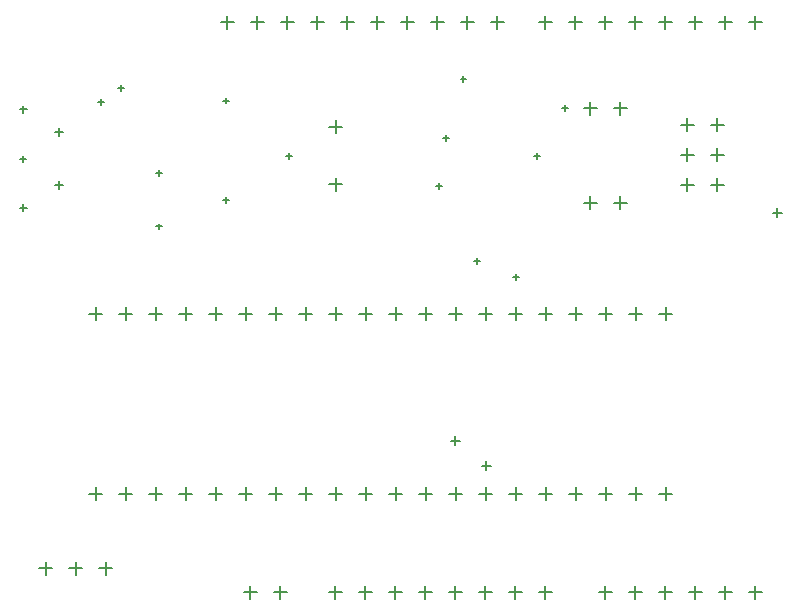
<source format=gbr>
%TF.GenerationSoftware,Altium Limited,Altium Designer,20.2.6 (244)*%
G04 Layer_Color=128*
%FSLAX26Y26*%
%MOIN*%
%TF.SameCoordinates,5A7C1849-F1A5-4743-A48D-7E663CB7BB3B*%
%TF.FilePolarity,Positive*%
%TF.FileFunction,Drillmap*%
%TF.Part,Single*%
G01*
G75*
%TA.AperFunction,NonConductor*%
%ADD52C,0.005000*%
D52*
X794488Y100000D02*
X837795D01*
X816142Y78347D02*
Y121653D01*
X894488Y100000D02*
X937795D01*
X916142Y78347D02*
Y121653D01*
X2180315Y1028347D02*
X2223622D01*
X2201968Y1006693D02*
Y1050000D01*
X2080315Y1028347D02*
X2123622D01*
X2101968Y1006693D02*
Y1050000D01*
X1980315Y1028347D02*
X2023622D01*
X2001968Y1006693D02*
Y1050000D01*
X1880315Y1028347D02*
X1923622D01*
X1901968Y1006693D02*
Y1050000D01*
X1780315Y1028347D02*
X1823622D01*
X1801968Y1006693D02*
Y1050000D01*
X1680315Y1028347D02*
X1723622D01*
X1701968Y1006693D02*
Y1050000D01*
X1580315Y1028347D02*
X1623622D01*
X1601968Y1006693D02*
Y1050000D01*
X1480315Y1028347D02*
X1523622D01*
X1501968Y1006693D02*
Y1050000D01*
X1380315Y1028347D02*
X1423622D01*
X1401968Y1006693D02*
Y1050000D01*
X1280315Y1028347D02*
X1323622D01*
X1301968Y1006693D02*
Y1050000D01*
X1180315Y1028347D02*
X1223622D01*
X1201968Y1006693D02*
Y1050000D01*
X1080315Y1028347D02*
X1123622D01*
X1101968Y1006693D02*
Y1050000D01*
X980315Y1028347D02*
X1023622D01*
X1001968Y1006693D02*
Y1050000D01*
X880315Y1028347D02*
X923622D01*
X901968Y1006693D02*
Y1050000D01*
X780315Y1028347D02*
X823622D01*
X801968Y1006693D02*
Y1050000D01*
X680315Y1028347D02*
X723622D01*
X701968Y1006693D02*
Y1050000D01*
X580315Y1028347D02*
X623622D01*
X601968Y1006693D02*
Y1050000D01*
X480315Y1028347D02*
X523622D01*
X501969Y1006693D02*
Y1050000D01*
X380315Y1028347D02*
X423622D01*
X401969Y1006693D02*
Y1050000D01*
X280315Y1028347D02*
X323622D01*
X301969Y1006693D02*
Y1050000D01*
X2180315Y428346D02*
X2223622D01*
X2201968Y406693D02*
Y450000D01*
X2080315Y428346D02*
X2123622D01*
X2101968Y406693D02*
Y450000D01*
X1980315Y428346D02*
X2023622D01*
X2001968Y406693D02*
Y450000D01*
X1880315Y428346D02*
X1923622D01*
X1901968Y406693D02*
Y450000D01*
X1780315Y428346D02*
X1823622D01*
X1801968Y406693D02*
Y450000D01*
X1680315Y428346D02*
X1723622D01*
X1701968Y406693D02*
Y450000D01*
X1580315Y428346D02*
X1623622D01*
X1601968Y406693D02*
Y450000D01*
X1480315Y428346D02*
X1523622D01*
X1501968Y406693D02*
Y450000D01*
X1380315Y428346D02*
X1423622D01*
X1401968Y406693D02*
Y450000D01*
X1280315Y428346D02*
X1323622D01*
X1301968Y406693D02*
Y450000D01*
X1180315Y428346D02*
X1223622D01*
X1201968Y406693D02*
Y450000D01*
X1080315Y428346D02*
X1123622D01*
X1101968Y406693D02*
Y450000D01*
X980315Y428346D02*
X1023622D01*
X1001968Y406693D02*
Y450000D01*
X880315Y428346D02*
X923622D01*
X901968Y406693D02*
Y450000D01*
X780315Y428346D02*
X823622D01*
X801968Y406693D02*
Y450000D01*
X680315Y428346D02*
X723622D01*
X701968Y406693D02*
Y450000D01*
X580315Y428346D02*
X623622D01*
X601968Y406693D02*
Y450000D01*
X480315Y428346D02*
X523622D01*
X501969Y406693D02*
Y450000D01*
X380315Y428346D02*
X423622D01*
X401969Y406693D02*
Y450000D01*
X280315Y428346D02*
X323622D01*
X301969Y406693D02*
Y450000D01*
X918346Y2000000D02*
X961653D01*
X940000Y1978347D02*
Y2021653D01*
X1018346Y2000000D02*
X1061653D01*
X1040000Y1978347D02*
Y2021653D01*
X1218346Y2000000D02*
X1261653D01*
X1240000Y1978347D02*
Y2021653D01*
X1418346Y2000000D02*
X1461653D01*
X1440000Y1978347D02*
Y2021653D01*
X1618346Y2000000D02*
X1661653D01*
X1640000Y1978347D02*
Y2021653D01*
X1518346Y2000000D02*
X1561653D01*
X1540000Y1978347D02*
Y2021653D01*
X1318346Y2000000D02*
X1361653D01*
X1340000Y1978347D02*
Y2021653D01*
X1118346Y2000000D02*
X1161653D01*
X1140000Y1978347D02*
Y2021653D01*
X818346Y2000000D02*
X861653D01*
X840000Y1978347D02*
Y2021653D01*
X718346Y2000000D02*
X761653D01*
X740000Y1978347D02*
Y2021653D01*
X1778346Y2000000D02*
X1821653D01*
X1800000Y1978347D02*
Y2021653D01*
X1878346Y2000000D02*
X1921653D01*
X1900000Y1978347D02*
Y2021653D01*
X2078346Y2000000D02*
X2121653D01*
X2100000Y1978347D02*
Y2021653D01*
X2478346Y2000000D02*
X2521653D01*
X2500000Y1978347D02*
Y2021653D01*
X1978346Y2000000D02*
X2021653D01*
X2000000Y1978347D02*
Y2021653D01*
X2178346Y2000000D02*
X2221653D01*
X2200000Y1978347D02*
Y2021653D01*
X2278346Y2000000D02*
X2321653D01*
X2300000Y1978347D02*
Y2021653D01*
X2378346Y2000000D02*
X2421653D01*
X2400000Y1978347D02*
Y2021653D01*
X1978346Y100000D02*
X2021653D01*
X2000000Y78347D02*
Y121653D01*
X2078346Y100000D02*
X2121653D01*
X2100000Y78347D02*
Y121653D01*
X2278346Y100000D02*
X2321653D01*
X2300000Y78347D02*
Y121653D01*
X2478346Y100000D02*
X2521653D01*
X2500000Y78347D02*
Y121653D01*
X2378346Y100000D02*
X2421653D01*
X2400000Y78347D02*
Y121653D01*
X2178346Y100000D02*
X2221653D01*
X2200000Y78347D02*
Y121653D01*
X1278346Y100000D02*
X1321653D01*
X1300000Y78347D02*
Y121653D01*
X1778346Y100000D02*
X1821653D01*
X1800000Y78347D02*
Y121653D01*
X1378346Y100000D02*
X1421653D01*
X1400000Y78347D02*
Y121653D01*
X1178346Y100000D02*
X1221653D01*
X1200000Y78347D02*
Y121653D01*
X1078346Y100000D02*
X1121653D01*
X1100000Y78347D02*
Y121653D01*
X1478346Y100000D02*
X1521653D01*
X1500000Y78347D02*
Y121653D01*
X1578346Y100000D02*
X1621653D01*
X1600000Y78347D02*
Y121653D01*
X1678346Y100000D02*
X1721653D01*
X1700000Y78347D02*
Y121653D01*
X1080709Y1651181D02*
X1124016D01*
X1102362Y1629528D02*
Y1672835D01*
X1080709Y1459055D02*
X1124016D01*
X1102362Y1437402D02*
Y1480709D01*
X2028347Y1397638D02*
X2071653D01*
X2050000Y1375984D02*
Y1419291D01*
X1928347Y1397638D02*
X1971653D01*
X1950000Y1375984D02*
Y1419291D01*
X1928347Y1712598D02*
X1971653D01*
X1950000Y1690945D02*
Y1734252D01*
X2028347Y1712598D02*
X2071653D01*
X2050000Y1690945D02*
Y1734252D01*
X313346Y180000D02*
X356654D01*
X335000Y158346D02*
Y201654D01*
X213346Y180000D02*
X256654D01*
X235000Y158346D02*
Y201654D01*
X113347Y180000D02*
X156654D01*
X135000Y158346D02*
Y201654D01*
X165945Y1632874D02*
X191536D01*
X178740Y1620079D02*
Y1645669D01*
X165945Y1457677D02*
X191536D01*
X178740Y1444882D02*
Y1470472D01*
X48819Y1380905D02*
X72441D01*
X60630Y1369094D02*
Y1392716D01*
X48819Y1709646D02*
X72441D01*
X60630Y1697835D02*
Y1721457D01*
X2351181Y1457480D02*
X2394488D01*
X2372835Y1435827D02*
Y1479134D01*
X2251181Y1457480D02*
X2294488D01*
X2272835Y1435827D02*
Y1479134D01*
X2351181Y1557480D02*
X2394488D01*
X2372835Y1535827D02*
Y1579134D01*
X2351181Y1657480D02*
X2394488D01*
X2372835Y1635827D02*
Y1679134D01*
X2251181Y1557480D02*
X2294488D01*
X2272835Y1535827D02*
Y1579134D01*
X2251181Y1657480D02*
X2294488D01*
X2272835Y1635827D02*
Y1679134D01*
X1761811Y1553150D02*
X1781496D01*
X1771653Y1543307D02*
Y1562992D01*
X1588720Y521516D02*
X1618248D01*
X1603484Y506752D02*
Y536280D01*
X1692126Y1150689D02*
X1711811D01*
X1701968Y1140847D02*
Y1160532D01*
X1562658Y1205000D02*
X1582343D01*
X1572500Y1195158D02*
Y1214842D01*
X1485236Y605000D02*
X1514764D01*
X1500000Y590236D02*
Y619764D01*
X501969Y1318898D02*
X521654D01*
X511811Y1309055D02*
Y1328740D01*
X501969Y1496063D02*
X521654D01*
X511811Y1486220D02*
Y1505906D01*
X2558917Y1365000D02*
X2588445D01*
X2573681Y1350236D02*
Y1379764D01*
X375158Y1780000D02*
X394842D01*
X385000Y1770158D02*
Y1789842D01*
X1855158Y1712598D02*
X1874842D01*
X1865000Y1702756D02*
Y1722441D01*
X50157Y1545000D02*
X69843D01*
X60000Y1535158D02*
Y1554842D01*
X935039Y1555118D02*
X954724D01*
X944882Y1545276D02*
Y1564961D01*
X1435158Y1455000D02*
X1454842D01*
X1445000Y1445158D02*
Y1464842D01*
X727677Y1738740D02*
X747362D01*
X737520Y1728898D02*
Y1748583D01*
X727677Y1407480D02*
X747362D01*
X737520Y1397638D02*
Y1417323D01*
X309094Y1732284D02*
X328779D01*
X318937Y1722441D02*
Y1742126D01*
X1517717Y1809646D02*
X1537402D01*
X1527559Y1799803D02*
Y1819488D01*
X1459842Y1615000D02*
X1479527D01*
X1469685Y1605158D02*
Y1624842D01*
%TF.MD5,0be71e35438723423d20da56a9aa7e98*%
M02*

</source>
